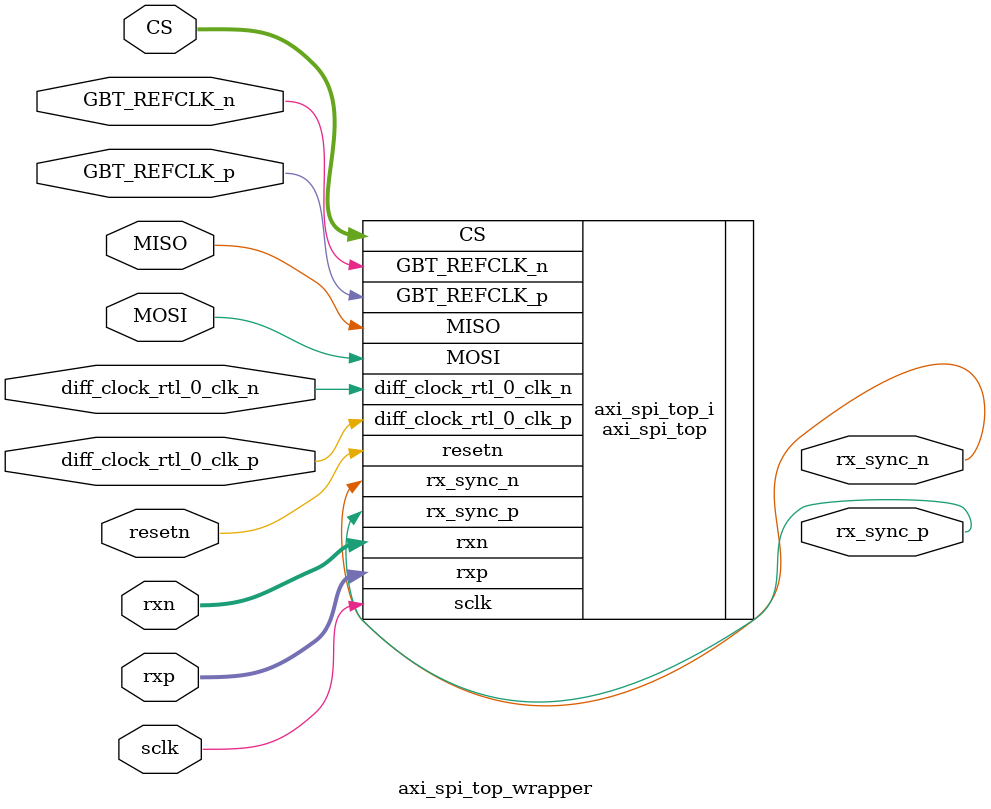
<source format=v>
`timescale 1 ps / 1 ps

module axi_spi_top_wrapper
   (CS,
    GBT_REFCLK_n,
    GBT_REFCLK_p,
    MISO,
    MOSI,
    diff_clock_rtl_0_clk_n,
    diff_clock_rtl_0_clk_p,
    resetn,
    rx_sync_n,
    rx_sync_p,
    rxn,
    rxp,
    sclk);
  inout [4:0]CS;
  input GBT_REFCLK_n;
  input GBT_REFCLK_p;
  inout MISO;
  inout MOSI;
  input diff_clock_rtl_0_clk_n;
  input diff_clock_rtl_0_clk_p;
  input resetn;
  output [0:0]rx_sync_n;
  output [0:0]rx_sync_p;
  input [1:0]rxn;
  input [1:0]rxp;
  inout sclk;

  wire [4:0]CS;
  wire GBT_REFCLK_n;
  wire GBT_REFCLK_p;
  wire MISO;
  wire MOSI;
  wire diff_clock_rtl_0_clk_n;
  wire diff_clock_rtl_0_clk_p;
  wire resetn;
  wire [0:0]rx_sync_n;
  wire [0:0]rx_sync_p;
  wire [1:0]rxn;
  wire [1:0]rxp;
  wire sclk;

  axi_spi_top axi_spi_top_i
       (.CS(CS),
        .GBT_REFCLK_n(GBT_REFCLK_n),
        .GBT_REFCLK_p(GBT_REFCLK_p),
        .MISO(MISO),
        .MOSI(MOSI),
        .diff_clock_rtl_0_clk_n(diff_clock_rtl_0_clk_n),
        .diff_clock_rtl_0_clk_p(diff_clock_rtl_0_clk_p),
        .resetn(resetn),
        .rx_sync_n(rx_sync_n),
        .rx_sync_p(rx_sync_p),
        .rxn(rxn),
        .rxp(rxp),
        .sclk(sclk));
endmodule

</source>
